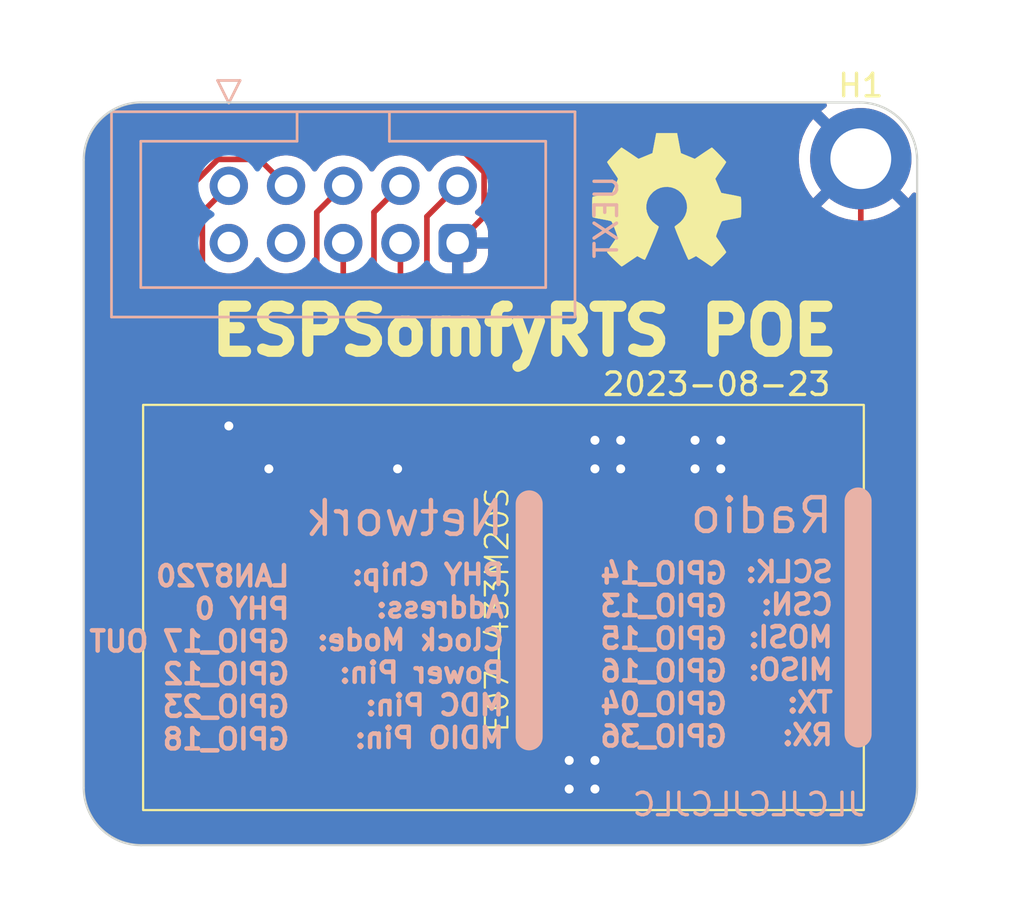
<source format=kicad_pcb>
(kicad_pcb (version 20221018) (generator pcbnew)
  (layers (0 "F.Cu" signal) (31 "B.Cu" signal) (34 "B.Paste" user) (35 "F.Paste" user) (36 "B.SilkS" user "B.Silkscreen") (37 "F.SilkS" user "F.Silkscreen") (38 "B.Mask" user) (39 "F.Mask" user) (44 "Edge.Cuts" user))
  (net 0 "")
  (net 1 "GND")
  (net 2 "GPIO15")
  (net 3 "GPIO14")
  (net 4 "GPIO16")
  (net 7 "GPIO13")
  (net 8 "GPIO4")
  (net 9 "GPI36")
  (net 11 "+3V3")
  (net 13 "GPIO2")
  (net 14 "GPIO5")
  (footprint "Ebyte:E07-433M20S" (layer "F.Cu") (at 119.634 94.788 90)
    (fp_text reference "E07-433M20S" (at 8.888 -16.284 90 unlocked) (layer "F.SilkS") (effects (font (thickness 0.1))))
    (fp_text value "~" hide)
    (fp_rect (start 0 -32) (end 18 0) (stroke (width 0.1)) (fill none) (layer "F.SilkS"))
    (pad "1" smd roundrect (at 15.99 -32 270) (size 0.9 2.5) (layers "F.Cu" "F.Paste" "F.Mask") (net 1 "GND"))
    (pad "2" smd roundrect (at 14.72 -32 270) (size 0.9 2.5) (layers "F.Cu" "F.Paste" "F.Mask") (net 2 "GPIO15"))
    (pad "3" smd roundrect (at 13.45 -32 270) (size 0.9 2.5) (layers "F.Cu" "F.Paste" "F.Mask") (net 3 "GPIO14"))
    (pad "4" smd roundrect (at 12.18 -32 270) (size 0.9 2.5) (layers "F.Cu" "F.Paste" "F.Mask") (net 4 "GPIO16"))
    (pad "5" smd roundrect (at 10.91 -32 270) (size 0.9 2.5) (layers "F.Cu" "F.Paste" "F.Mask"))
    (pad "6" smd roundrect (at 9.64 -32 270) (size 0.9 2.5) (layers "F.Cu" "F.Paste" "F.Mask"))
    (pad "7" smd roundrect (at 8.37 -32 270) (size 0.9 2.5) (layers "F.Cu" "F.Paste" "F.Mask") (net 7 "GPIO13"))
    (pad "8" smd roundrect (at 7.1 -32 270) (size 0.9 2.5) (layers "F.Cu" "F.Paste" "F.Mask") (net 8 "GPIO4"))
    (pad "9" smd roundrect (at 5.83 -32 270) (size 0.9 2.5) (layers "F.Cu" "F.Paste" "F.Mask") (net 9 "GPI36"))
    (pad "10" smd roundrect (at 4.56 -32 270) (size 0.9 2.5) (layers "F.Cu" "F.Paste" "F.Mask"))
    (pad "11" smd roundrect (at 3.29 -32 270) (size 0.9 2.5) (layers "F.Cu" "F.Paste" "F.Mask") (net 11 "+3V3"))
    (pad "12" smd roundrect (at 2.02 -32 270) (size 0.9 2.5) (layers "F.Cu" "F.Paste" "F.Mask") (net 1 "GND"))
    (pad "13" smd roundrect (at 5 -0.75 270) (size 1.7 4) (layers "F.Cu" "F.Paste" "F.Mask"))
    (pad "14" smd roundrect (at 7 0 270) (size 1.7 2.5) (layers "F.Cu" "F.Paste" "F.Mask") (net 1 "GND"))
    (pad "15" smd roundrect (at 11 0 270) (size 1.7 2.5) (layers "F.Cu" "F.Paste" "F.Mask") (net 1 "GND"))
    (pad "16" smd roundrect (at 13 0 270) (size 1.7 2.5) (layers "F.Cu" "F.Paste" "F.Mask") (net 1 "GND"))
  )
  (footprint "Symbol:OSHW-Symbol_6.7x6mm_SilkScreen" (layer "F.Cu") (at 110.871 67.691)
    (fp_text reference "N1" hide)
    (fp_text value "Housing" hide)
    (fp_poly (pts (xy 0.555814 -2.531069) (xy 0.639635 -2.086445) (xy 0.94892 -1.958947) (xy 1.258206 -1.831449) (xy 1.629246 -2.083754) (xy 1.733157 -2.154004) (xy 1.827087 -2.216728) (xy 1.906652 -2.269062) (xy 1.96747 -2.308143) (xy 2.005157 -2.331107) (xy 2.015421 -2.336058) (xy 2.03391 -2.323324) (xy 2.07342 -2.288118) (xy 2.129522 -2.234938) (xy 2.197787 -2.168282) (xy 2.273786 -2.092646) (xy 2.353092 -2.012528) (xy 2.431275 -1.932426) (xy 2.503907 -1.856836) (xy 2.566559 -1.790255) (xy 2.614803 -1.737182) (xy 2.64421 -1.702113) (xy 2.651241 -1.690377) (xy 2.641123 -1.66874) (xy 2.612759 -1.621338) (xy 2.569129 -1.552807) (xy 2.513218 -1.467785) (xy 2.448006 -1.370907) (xy 2.410219 -1.31565) (xy 2.341343 -1.214752) (xy 2.28014 -1.123701) (xy 2.229578 -1.04703) (xy 2.192628 -0.989272) (xy 2.172258 -0.954957) (xy 2.169197 -0.947746) (xy 2.176136 -0.927252) (xy 2.195051 -0.879487) (xy 2.223087 -0.811168) (xy 2.257391 -0.729011) (xy 2.295109 -0.63973) (xy 2.333387 -0.550042) (xy 2.36937 -0.466662) (xy 2.400206 -0.396306) (xy 2.423039 -0.34569) (xy 2.435017 -0.321529) (xy 2.435724 -0.320578) (xy 2.454531 -0.315964) (xy 2.504618 -0.305672) (xy 2.580793 -0.290713) (xy 2.677865 -0.272099) (xy 2.790643 -0.250841) (xy 2.856442 -0.238582) (xy 2.97695 -0.215638) (xy 3.085797 -0.193805) (xy 3.177476 -0.174278) (xy 3.246481 -0.158252) (xy 3.287304 -0.146921) (xy 3.295511 -0.143326) (xy 3.303548 -0.118994) (xy 3.310033 -0.064041) (xy 3.31497 0.015108) (xy 3.318364 0.112026) (xy 3.320218 0.220287) (xy 3.320538 0.333465) (xy 3.319327 0.445135) (xy 3.31659 0.548868) (xy 3.312331 0.638241) (xy 3.306555 0.706826) (xy 3.299267 0.748197) (xy 3.294895 0.75681) (xy 3.268764 0.767133) (xy 3.213393 0.781892) (xy 3.136107 0.799352) (xy 3.04423 0.81778) (xy 3.012158 0.823741) (xy 2.857524 0.852066) (xy 2.735375 0.874876) (xy 2.641673 0.89308) (xy 2.572384 0.907583) (xy 2.523471 0.919292) (xy 2.490897 0.929115) (xy 2.470628 0.937956) (xy 2.458626 0.946724) (xy 2.456947 0.948457) (xy 2.440184 0.976371) (xy 2.414614 1.030695) (xy 2.382788 1.104777) (xy 2.34726 1.191965) (xy 2.310583 1.285608) (xy 2.275311 1.379052) (xy 2.243996 1.465647) (xy 2.219193 1.53874) (xy 2.203454 1.591678) (xy 2.199332 1.617811) (xy 2.199676 1.618726) (xy 2.213641 1.640086) (xy 2.245322 1.687084) (xy 2.291391 1.754827) (xy 2.348518 1.838423) (xy 2.413373 1.932982) (xy 2.431843 1.959854) (xy 2.497699 2.057275) (xy 2.55565 2.146163) (xy 2.602538 2.221412) (xy 2.635207 2.27792) (xy 2.6505 2.310581) (xy 2.651241 2.314593) (xy 2.638392 2.335684) (xy 2.602888 2.377464) (xy 2.549293 2.435445) (xy 2.482171 2.505135) (xy 2.406087 2.582045) (xy 2.325604 2.661683) (xy 2.245287 2.739561) (xy 2.169699 2.811186) (xy 2.103405 2.87207) (xy 2.050969 2.917721) (xy 2.016955 2.94365) (xy 2.007545 2.947883) (xy 1.985643 2.937912) (xy 1.9408 2.91102) (xy 1.880321 2.871736) (xy 1.833789 2.840117) (xy 1.749475 2.782098) (xy 1.649626 2.713784) (xy 1.549473 2.645579) (xy 1.495627 2.609075) (xy 1.313371 2.4858) (xy 1.160381 2.56852) (xy 1.090682 2.604759) (xy 1.031414 2.632926) (xy 0.991311 2.648991) (xy 0.981103 2.651226) (xy 0.968829 2.634722) (xy 0.944613 2.588082) (xy 0.910263 2.515609) (xy 0.867588 2.421606) (xy 0.818394 2.310374) (xy 0.76449 2.186215) (xy 0.707684 2.053432) (xy 0.649782 1.916327) (xy 0.592593 1.779202) (xy 0.537924 1.646358) (xy 0.487584 1.522098) (xy 0.44338 1.410725) (xy 0.407119 1.316539) (xy 0.380609 1.243844) (xy 0.365658 1.196941) (xy 0.363254 1.180833) (xy 0.382311 1.160286) (xy 0.424036 1.126933) (xy 0.479706 1.087702) (xy 0.484378 1.084599) (xy 0.628264 0.969423) (xy 0.744283 0.835053) (xy 0.83143 0.685784) (xy 0.888699 0.525913) (xy 0.915086 0.359737) (xy 0.909585 0.191552) (xy 0.87119 0.025655) (xy 0.798895 -0.133658) (xy 0.777626 -0.168513) (xy 0.666996 -0.309263) (xy 0.536302 -0.422286) (xy 0.390064 -0.506997) (xy 0.232808 -0.562806) (xy 0.069057 -0.589126) (xy -0.096667 -0.58537) (xy -0.259838 -0.55095) (xy -0.415935 -0.485277) (xy -0.560433 -0.387765) (xy -0.605131 -0.348187) (xy -0.718888 -0.224297) (xy -0.801782 -0.093876) (xy -0.858644 0.052315) (xy -0.890313 0.197088) (xy -0.898131 0.35986) (xy -0.872062 0.52344) (xy -0.814755 0.682298) (xy -0.728856 0.830906) (xy -0.617014 0.963735) (xy -0.481877 1.075256) (xy -0.464117 1.087011) (xy -0.40785 1.125508) (xy -0.365077 1.158863) (xy -0.344628 1.18016) (xy -0.344331 1.180833) (xy -0.348721 1.203871) (xy -0.366124 1.256157) (xy -0.394732 1.33339) (xy -0.432735 1.431268) (xy -0.478326 1.545491) (xy -0.529697 1.671758) (xy -0.585038 1.805767) (xy -0.642542 1.943218) (xy -0.700399 2.079808) (xy -0.756802 2.211237) (xy -0.809942 2.333205) (xy -0.85801 2.441409) (xy -0.899199 2.531549) (xy -0.931699 2.599323) (xy -0.953703 2.64043) (xy -0.962564 2.651226) (xy -0.98964 2.642819) (xy -1.040303 2.620272) (xy -1.105817 2.587613) (xy -1.141841 2.56852) (xy -1.294832 2.4858) (xy -1.477088 2.609075) (xy -1.570125 2.672228) (xy -1.671985 2.741727) (xy -1.767438 2.807165) (xy -1.81525 2.840117) (xy -1.882495 2.885273) (xy -1.939436 2.921057) (xy -1.978646 2.942938) (xy -1.991381 2.947563) (xy -2.009917 2.935085) (xy -2.050941 2.900252) (xy -2.110475 2.846678) (xy -2.184542 2.777983) (xy -2.269165 2.697781) (xy -2.322685 2.646286) (xy -2.416319 2.554286) (xy -2.497241 2.471999) (xy -2.562177 2.402945) (xy -2.607858 2.350644) (xy -2.631011 2.318616) (xy -2.633232 2.312116) (xy -2.622924 2.287394) (xy -2.594439 2.237405) (xy -2.550937 2.167212) (xy -2.495577 2.081875) (xy -2.43152 1.986456) (xy -2.413303 1.959854) (xy -2.346927 1.863167) (xy -2.287378 1.776117) (xy -2.237984 1.703595) (xy -2.202075 1.650493) (xy -2.182981 1.621703) (xy -2.181136 1.618726) (xy -2.183895 1.595782) (xy -2.198538 1.545336) (xy -2.222513 1.474041) (xy -2.253266 1.388547) (xy -2.288244 1.295507) (xy -2.324893 1.201574) (xy -2.360661 1.113399) (xy -2.392994 1.037634) (xy -2.419338 0.980931) (xy -2.437142 0.949943) (xy -2.438407 0.948457) (xy -2.449294 0.939601) (xy -2.467682 0.930843) (xy -2.497606 0.921277) (xy -2.543103 0.909996) (xy -2.608209 0.896093) (xy -2.696961 0.878663) (xy -2.813393 0.856798) (xy -2.961542 0.829591) (xy -2.993618 0.823741) (xy -3.088686 0.805374) (xy -3.171565 0.787405) (xy -3.23493 0.771569) (xy -3.271458 0.7596) (xy -3.276356 0.75681) (xy -3.284427 0.732072) (xy -3.290987 0.67679) (xy -3.296033 0.597389) (xy -3.299559 0.500296) (xy -3.301561 0.391938) (xy -3.302036 0.27874) (xy -3.300977 0.167128) (xy -3.298382 0.063529) (xy -3.294246 -0.025632) (xy -3.288563 -0.093928) (xy -3.281331 -0.134934) (xy -3.276971 -0.143326) (xy -3.252698 -0.151792) (xy -3.197426 -0.165565) (xy -3.116662 -0.18345) (xy -3.015912 -0.204252) (xy -2.900683 -0.226777) (xy -2.837902 -0.238582) (xy -2.718787 -0.260849) (xy -2.612565 -0.281021) (xy -2.524427 -0.298085) (xy -2.459566 -0.311031) (xy -2.423174 -0.318845) (xy -2.417184 -0.320578) (xy -2.407061 -0.34011) (xy -2.385662 -0.387157) (xy -2.355839 -0.454997) (xy -2.320445 -0.536909) (xy -2.282332 -0.626172) (xy -2.244353 -0.716065) (xy -2.20936 -0.799865) (xy -2.180206 -0.870853) (xy -2.159743 -0.922306) (xy -2.150823 -0.947503) (xy -2.150657 -0.948604) (xy -2.160769 -0.968481) (xy -2.189117 -1.014223) (xy -2.232723 -1.081283) (xy -2.288606 -1.165116) (xy -2.353787 -1.261174) (xy -2.391679 -1.31635) (xy -2.460725 -1.417519) (xy -2.52205 -1.50937) (xy -2.572663 -1.587256) (xy -2.609571 -1.646531) (xy -2.629782 -1.682549) (xy -2.632701 -1.690623) (xy -2.620153 -1.709416) (xy -2.585463 -1.749543) (xy -2.533063 -1.806507) (xy -2.467384 -1.875815) (xy -2.392856 -1.952969) (xy -2.313913 -2.033475) (xy -2.234983 -2.112837) (xy -2.1605 -2.18656) (xy -2.094894 -2.250148) (xy -2.042596 -2.299106) (xy -2.008039 -2.328939) (xy -1.996478 -2.336058) (xy -1.977654 -2.326047) (xy -1.932631 -2.297922) (xy -1.865787 -2.254546) (xy -1.781499 -2.198782) (xy -1.684144 -2.133494) (xy -1.610707 -2.083754) (xy -1.239667 -1.831449) (xy -0.621095 -2.086445) (xy -0.537275 -2.531069) (xy -0.453454 -2.975693) (xy 0.471994 -2.975693) (xy 0.555814 -2.531069)) (stroke (width 0.01)) (fill solid) (layer "F.SilkS"))
  )
  (footprint "MountingHole:MountingHole_2.7mm_M2.5_ISO14580_Pad" (layer "F.Cu") (at 119.5 65.85)
    (fp_text reference "H1" (at 0 -3.25) (layer "F.SilkS"))
    (fp_text value "MountingHole_Pad")
    (pad "1" thru_hole circle (at 0 0) (size 4.5 4.5) (drill 2.7) (layers "*.Cu" "*.Mask") (net 1 "GND"))
  )
  (footprint "PhilippLibrary:IDC-Stecker_2x05_P2.54mm_Vertical" (layer "B.Cu") (at 91.44 67.056 -90)
    (fp_text reference "UEXT" (at 1.394 -16.76 90) (layer "B.SilkS") (effects (justify mirror)))
    (fp_text value "UEXT_Host")
    (fp_line (start -4.68 -0.5) (end -3.68 0) (stroke (width 0.12)) (layer "B.SilkS"))
    (fp_line (start -4.68 0.5) (end -4.68 -0.5) (stroke (width 0.12)) (layer "B.SilkS"))
    (fp_line (start -3.68 0) (end -4.68 0.5) (stroke (width 0.12)) (layer "B.SilkS"))
    (fp_line (start -3.29 -15.37) (end -3.29 5.21) (stroke (width 0.12)) (layer "B.SilkS"))
    (fp_line (start -3.29 -3.03) (end -1.98 -3.03) (stroke (width 0.12)) (layer "B.SilkS"))
    (fp_line (start -3.29 5.21) (end 5.83 5.21) (stroke (width 0.12)) (layer "B.SilkS"))
    (fp_line (start -1.98 -14.07) (end -1.98 -7.13) (stroke (width 0.12)) (layer "B.SilkS"))
    (fp_line (start -1.98 -7.13) (end -3.29 -7.13) (stroke (width 0.12)) (layer "B.SilkS"))
    (fp_line (start -1.98 -7.13) (end -1.98 -7.13) (stroke (width 0.12)) (layer "B.SilkS"))
    (fp_line (start -1.98 -3.03) (end -1.98 3.91) (stroke (width 0.12)) (layer "B.SilkS"))
    (fp_line (start -1.98 3.91) (end 4.52 3.91) (stroke (width 0.12)) (layer "B.SilkS"))
    (fp_line (start 4.52 -14.07) (end -1.98 -14.07) (stroke (width 0.12)) (layer "B.SilkS"))
    (fp_line (start 4.52 3.91) (end 4.52 -14.07) (stroke (width 0.12)) (layer "B.SilkS"))
    (fp_line (start 5.83 -15.37) (end -3.29 -15.37) (stroke (width 0.12)) (layer "B.SilkS"))
    (fp_line (start 5.83 5.21) (end 5.83 -15.37) (stroke (width 0.12)) (layer "B.SilkS"))
    (pad "1" thru_hole circle (at 0 -10.16 270) (size 1.7 1.7) (drill 1) (layers "*.Cu" "*.Mask") (net 11 "+3V3"))
    (pad "2" thru_hole roundrect (at 2.54 -10.16 270) (size 1.7 1.7) (drill 1) (layers "*.Cu" "*.Mask") (net 1 "GND"))
    (pad "3" thru_hole circle (at 0 -7.62 270) (size 1.7 1.7) (drill 1) (layers "*.Cu" "*.Mask") (net 8 "GPIO4"))
    (pad "4" thru_hole circle (at 2.54 -7.62 270) (size 1.7 1.7) (drill 1) (layers "*.Cu" "*.Mask") (net 9 "GPI36"))
    (pad "5" thru_hole circle (at 0 -5.08 270) (size 1.7 1.7) (drill 1) (layers "*.Cu" "*.Mask") (net 4 "GPIO16"))
    (pad "6" thru_hole circle (at 2.54 -5.08 270) (size 1.7 1.7) (drill 1) (layers "*.Cu" "*.Mask") (net 7 "GPIO13"))
    (pad "7" thru_hole circle (at 0 -2.54 270) (size 1.7 1.7) (drill 1) (layers "*.Cu" "*.Mask") (net 2 "GPIO15"))
    (pad "8" thru_hole circle (at 2.54 -2.54 270) (size 1.7 1.7) (drill 1) (layers "*.Cu" "*.Mask") (net 13 "GPIO2"))
    (pad "9" thru_hole circle (at 0 0 270) (size 1.7 1.7) (drill 1) (layers "*.Cu" "*.Mask") (net 3 "GPIO14"))
    (pad "10" thru_hole circle (at 2.54 0 270) (size 1.7 1.7) (drill 1) (layers "*.Cu" "*.Mask") (net 14 "GPIO5"))
  )
  (gr_line (start 119.38 91.40825) (end 119.38 81.05775) (stroke (width 1.2)) (layer "B.SilkS"))
  (gr_line (start 104.775 91.53525) (end 104.775 81.18475) (stroke (width 1.2)) (layer "B.SilkS"))
  (gr_arc (start 121.996878 93.796878) (mid 121.25 95.6) (end 119.446878 96.346878) (stroke (width 0.1)) (layer "Edge.Cuts"))
  (gr_line (start 85 65.903122) (end 85 93.796878) (stroke (width 0.1)) (layer "Edge.Cuts"))
  (gr_line (start 87.55 63.353122) (end 119.45 63.353122) (stroke (width 0.1)) (layer "Edge.Cuts"))
  (gr_arc (start 119.45 63.353122) (mid 121.253122 64.1) (end 122 65.903122) (stroke (width 0.1)) (layer "Edge.Cuts"))
  (gr_line (start 122 65.903122) (end 122 93.796878) (stroke (width 0.1)) (layer "Edge.Cuts"))
  (gr_arc (start 85 65.903122) (mid 85.746878 64.1) (end 87.55 63.353122) (stroke (width 0.1)) (layer "Edge.Cuts"))
  (gr_arc (start 87.55 96.346878) (mid 85.746878 95.6) (end 85 93.796878) (stroke (width 0.1)) (layer "Edge.Cuts"))
  (gr_line (start 87.55 96.346878) (end 119.446878 96.346878) (stroke (width 0.1)) (layer "Edge.Cuts"))
  (gr_text "Network" (at 103.759 82.70875) (layer "B.SilkS") (effects (font (size 1.5 1.5) (thickness 0.2) bold) (justify left bottom mirror)))
  (gr_text "LAN8720\nPHY 0\nGPIO_17 OUT\nGPIO_12\nGPIO_23\nGPIO_18" (at 94.234 92.17025) (layer "B.SilkS") (effects (font (size 0.9 0.9) (thickness 0.2) bold) (justify left bottom mirror)))
  (gr_text "Radio" (at 118.364 82.58175) (layer "B.SilkS") (effects (font (size 1.5 1.5) (thickness 0.2) bold) (justify left bottom mirror)))
  (gr_text "GPIO_14\nGPIO_13\nGPIO_15\nGPIO_16\nGPIO_04\nGPIO_36" (at 113.665 92.04325) (layer "B.SilkS") (effects (font (size 0.9 0.9) (thickness 0.2) bold) (justify left bottom mirror)))
  (gr_text "JLCJLCJLCJLC" (at 119.761 95.123) (layer "B.SilkS") (effects (font (size 1 1)) (justify left bottom mirror)))
  (gr_text "PHY Chip:\nAddress:\nClock Mode:\nPower Pin:\nMDC Pin:\nMDIO Pin:" (at 103.759 92.10675) (layer "B.SilkS") (effects (font (size 0.9 0.9) (thickness 0.2) bold) (justify left bottom mirror)))
  (gr_text "SCLK:\nCSN:\nMOSI:\nMISO:\nTX:\nRX:" (at 118.364 91.97975) (layer "B.SilkS") (effects (font (size 0.9 0.9) (thickness 0.2) bold) (justify left bottom mirror)))
  (gr_text "ESPSomfyRTS POE" (at 90.424 74.676) (layer "F.SilkS") (effects (font (size 2 2) (thickness 0.5) bold) (justify left bottom)))
  (gr_text "2023-08-23" (at 107.95 76.454) (layer "F.SilkS") (effects (font (size 1 1)) (justify left bottom)))
  (segment (start 87.634 68.563903) (end 90.766903 65.431) (width 0.25) (layer "F.Cu") (net 1))
  (segment (start 119.634 87.788) (end 119.634 83.788) (width 0.25) (layer "F.Cu") (net 1))
  (segment (start 119.5 65.85) (end 119.5 81.654) (width 0.25) (layer "F.Cu") (net 1))
  (segment (start 107.442 69.596) (end 119.634 81.788) (width 0.25) (layer "F.Cu") (net 1))
  (segment (start 102.775 68.421) (end 101.6 69.596) (width 0.25) (layer "F.Cu") (net 1))
  (segment (start 101.6 69.596) (end 107.442 69.596) (width 0.25) (layer "F.Cu") (net 1))
  (segment (start 87.634 92.768) (end 88.211 93.345) (width 0.25) (layer "F.Cu") (net 1))
  (segment (start 119.5 81.654) (end 119.634 81.788) (width 0.25) (layer "F.Cu") (net 1))
  (segment (start 119.634 81.788) (end 119.634 83.788) (width 0.25) (layer "F.Cu") (net 1))
  (segment (start 87.634 78.798) (end 87.634 68.563903) (width 0.25) (layer "F.Cu") (net 1))
  (segment (start 90.766903 65.431) (end 101.753 65.431) (width 0.25) (layer "F.Cu") (net 1))
  (segment (start 102.775 66.453) (end 102.775 68.421) (width 0.25) (layer "F.Cu") (net 1))
  (segment (start 101.753 65.431) (end 102.775 66.453) (width 0.25) (layer "F.Cu") (net 1))
  (via (at 107.696 93.853) (size 0.8) (drill 0.4) (layers "F.Cu" "B.Cu") (net 1))
  (via (at 106.553 92.583) (size 0.8) (drill 0.4) (layers "F.Cu" "B.Cu") (net 1))
  (via (at 107.696 79.629) (size 0.8) (drill 0.4) (layers "F.Cu" "B.Cu") (net 1))
  (via (at 113.284 78.359) (size 0.8) (drill 0.4) (layers "F.Cu" "B.Cu") (net 1))
  (via (at 93.218 79.629) (size 0.8) (drill 0.4) (layers "F.Cu" "B.Cu") (net 1))
  (via (at 107.696 92.583) (size 0.8) (drill 0.4) (layers "F.Cu" "B.Cu") (net 1))
  (via (at 113.284 79.629) (size 0.8) (drill 0.4) (layers "F.Cu" "B.Cu") (net 1))
  (via (at 112.141 78.359) (size 0.8) (drill 0.4) (layers "F.Cu" "B.Cu") (net 1))
  (via (at 98.933 79.629) (size 0.8) (drill 0.4) (layers "F.Cu" "B.Cu") (net 1))
  (via (at 107.696 78.359) (size 0.8) (drill 0.4) (layers "F.Cu" "B.Cu") (net 1))
  (via (at 91.44 77.724) (size 0.8) (drill 0.4) (layers "F.Cu" "B.Cu") (net 1))
  (via (at 108.839 79.629) (size 0.8) (drill 0.4) (layers "F.Cu" "B.Cu") (net 1))
  (via (at 108.839 78.359) (size 0.8) (drill 0.4) (layers "F.Cu" "B.Cu") (net 1))
  (via (at 106.553 93.853) (size 0.8) (drill 0.4) (layers "F.Cu" "B.Cu") (net 1))
  (via (at 112.141 79.629) (size 0.8) (drill 0.4) (layers "F.Cu" "B.Cu") (net 1))
  (segment (start 89.662 67.172299) (end 90.953299 65.881) (width 0.25) (layer "F.Cu") (net 2))
  (segment (start 92.805 65.881) (end 93.98 67.056) (width 0.25) (layer "F.Cu") (net 2))
  (segment (start 89.662 78.797817) (end 89.662 67.172299) (width 0.25) (layer "F.Cu") (net 2))
  (segment (start 90.953299 65.881) (end 92.805 65.881) (width 0.25) (layer "F.Cu") (net 2))
  (segment (start 87.634 80.068) (end 88.391817 80.068) (width 0.25) (layer "F.Cu") (net 2))
  (segment (start 88.391817 80.068) (end 89.662 78.797817) (width 0.25) (layer "F.Cu") (net 2))
  (segment (start 90.265 68.231) (end 91.44 67.056) (width 0.25) (layer "F.Cu") (net 3))
  (segment (start 87.634 81.338) (end 88.391817 81.338) (width 0.25) (layer "F.Cu") (net 3))
  (segment (start 90.265 79.464817) (end 90.265 68.231) (width 0.25) (layer "F.Cu") (net 3))
  (segment (start 88.391817 81.338) (end 90.265 79.464817) (width 0.25) (layer "F.Cu") (net 3))
  (segment (start 88.391817 82.608) (end 95.345 75.654817) (width 0.25) (layer "F.Cu") (net 4))
  (segment (start 95.345 75.654817) (end 95.345 68.231) (width 0.25) (layer "F.Cu") (net 4))
  (segment (start 87.634 82.608) (end 88.391817 82.608) (width 0.25) (layer "F.Cu") (net 4))
  (segment (start 95.345 68.231) (end 96.52 67.056) (width 0.25) (layer "F.Cu") (net 4))
  (segment (start 87.634 86.418) (end 88.391817 86.418) (width 0.25) (layer "F.Cu") (net 7))
  (segment (start 96.52 78.289817) (end 96.52 69.596) (width 0.25) (layer "F.Cu") (net 7))
  (segment (start 88.391817 86.418) (end 96.52 78.289817) (width 0.25) (layer "F.Cu") (net 7))
  (segment (start 97.885 68.231) (end 99.06 67.056) (width 0.25) (layer "F.Cu") (net 8))
  (segment (start 87.634 87.688) (end 88.391817 87.688) (width 0.25) (layer "F.Cu") (net 8))
  (segment (start 97.885 78.194817) (end 97.885 68.231) (width 0.25) (layer "F.Cu") (net 8))
  (segment (start 88.391817 87.688) (end 97.885 78.194817) (width 0.25) (layer "F.Cu") (net 8))
  (segment (start 99.06 78.289817) (end 99.06 69.596) (width 0.25) (layer "F.Cu") (net 9))
  (segment (start 88.391817 88.958) (end 99.06 78.289817) (width 0.25) (layer "F.Cu") (net 9))
  (segment (start 87.634 88.958) (end 88.391817 88.958) (width 0.25) (layer "F.Cu") (net 9))
  (segment (start 100.203 79.686817) (end 100.203 77.724) (width 0.25) (layer "F.Cu") (net 11))
  (segment (start 88.391817 91.498) (end 100.203 79.686817) (width 0.25) (layer "F.Cu") (net 11))
  (segment (start 100.203 77.724) (end 100.235 77.692) (width 0.25) (layer "F.Cu") (net 11))
  (segment (start 87.634 91.498) (end 88.391817 91.498) (width 0.25) (layer "F.Cu") (net 11))
  (segment (start 100.235 68.421) (end 101.6 67.056) (width 0.25) (layer "F.Cu") (net 11))
  (segment (start 100.235 77.692) (end 100.235 68.421) (width 0.25) (layer "F.Cu") (net 11))
  (zone (net 1) (net_name "GND") (layers "F&B.Cu") (connect_pads (clearance 0.5)) (min_thickness 0.25) (fill yes (thermal_gap 0.5) (thermal_bridge_width 0.5))
    (polygon (pts (xy 82.042 58.801) (xy 126.746 58.801) (xy 126.619 98.806) (xy 81.28 99.187)))
  )
)
</source>
